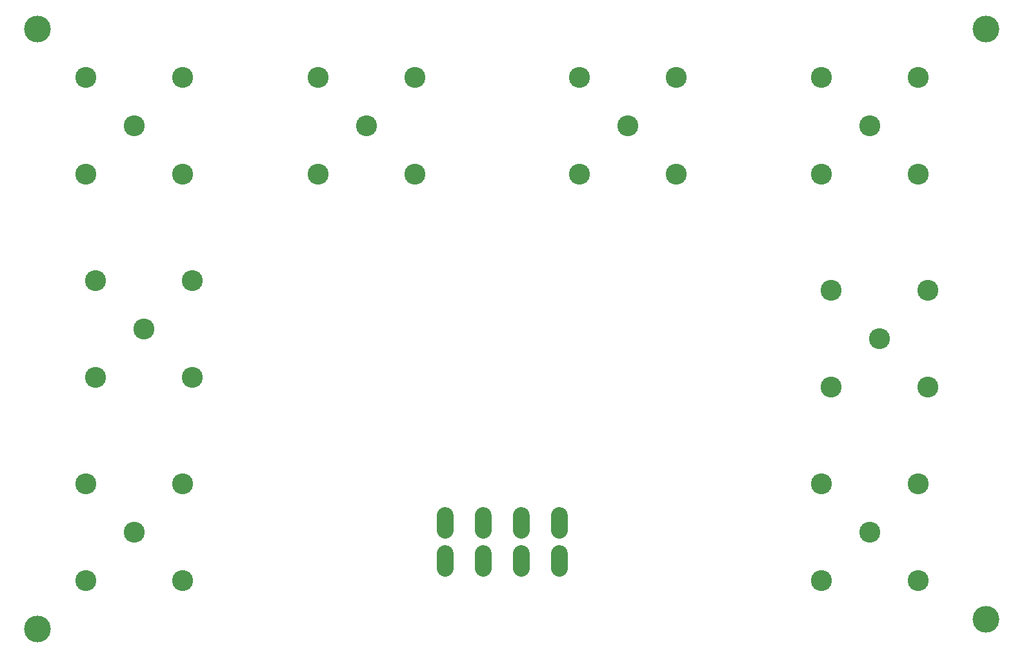
<source format=gts>
G75*
G70*
%OFA0B0*%
%FSLAX24Y24*%
%IPPOS*%
%LPD*%
%AMOC8*
5,1,8,0,0,1.08239X$1,22.5*
%
%ADD10C,0.1380*%
%ADD11C,0.1084*%
%ADD12C,0.0860*%
D10*
X002100Y002100D03*
X002100Y033100D03*
X051100Y033100D03*
X051100Y002600D03*
D11*
X047600Y004600D03*
X045100Y007100D03*
X042600Y004600D03*
X042600Y009600D03*
X047600Y009600D03*
X048100Y014600D03*
X045600Y017100D03*
X043100Y014600D03*
X043100Y019600D03*
X048100Y019600D03*
X047600Y025600D03*
X045100Y028100D03*
X042600Y030600D03*
X047600Y030600D03*
X042600Y025600D03*
X035100Y025600D03*
X032600Y028100D03*
X030100Y030600D03*
X035100Y030600D03*
X030100Y025600D03*
X021600Y025600D03*
X019100Y028100D03*
X016600Y030600D03*
X021600Y030600D03*
X016600Y025600D03*
X009600Y025600D03*
X007100Y028100D03*
X004600Y030600D03*
X009600Y030600D03*
X004600Y025600D03*
X005100Y020100D03*
X007600Y017600D03*
X005100Y015100D03*
X010100Y015100D03*
X010100Y020100D03*
X009600Y009600D03*
X007100Y007100D03*
X004600Y004600D03*
X009600Y004600D03*
X004600Y009600D03*
D12*
X023140Y007980D02*
X023140Y007200D01*
X023140Y006000D02*
X023140Y005220D01*
X025110Y005220D02*
X025110Y006000D01*
X025110Y007200D02*
X025110Y007980D01*
X027090Y007980D02*
X027090Y007200D01*
X027090Y006000D02*
X027090Y005220D01*
X029060Y005220D02*
X029060Y006000D01*
X029060Y007200D02*
X029060Y007980D01*
M02*

</source>
